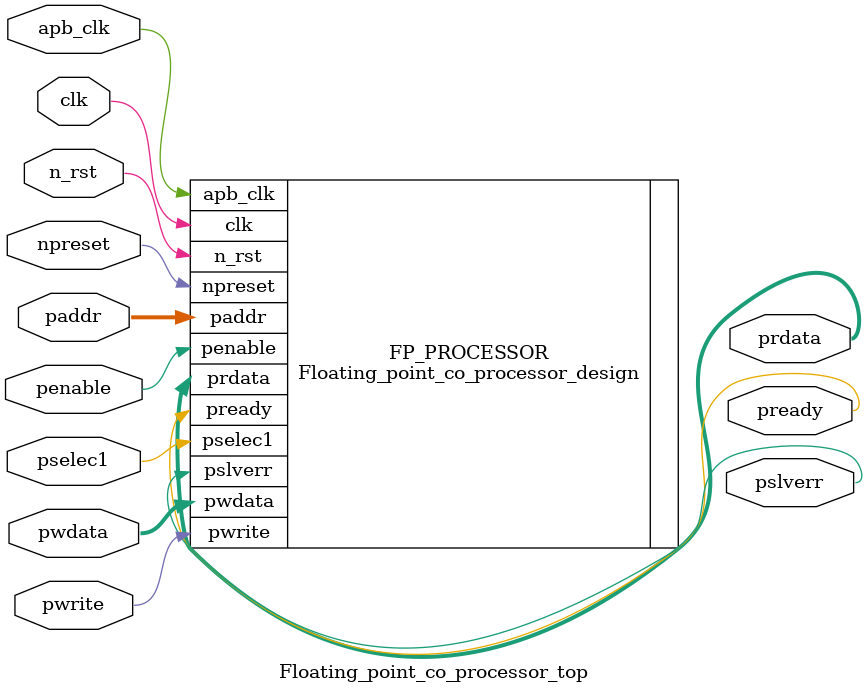
<source format=sv>
module Floating_point_co_processor_top(
  input wire apb_clk,
  input wire clk,
  input wire npreset,
  input wire n_rst,
  input wire [31:0] paddr,
  input wire pselec1,
  input wire penable,
  input wire pwrite,
  input wire [31:0] pwdata,
  output logic pready,
  output logic [31:0] prdata,
  output logic pslverr
  );
  
  
  Floating_point_co_processor_design FP_PROCESSOR(
    .apb_clk(apb_clk),
    .clk(clk),
    .npreset(npreset),
    .n_rst(n_rst),
    .paddr(paddr),
    .pselec1(pselec1),
    .penable(penable),
    .pwrite(pwrite),
    .pwdata(pwdata),
    .pready(pready),
    .prdata(prdata),
    .pslverr(pslverr)
  );
  
endmodule
</source>
